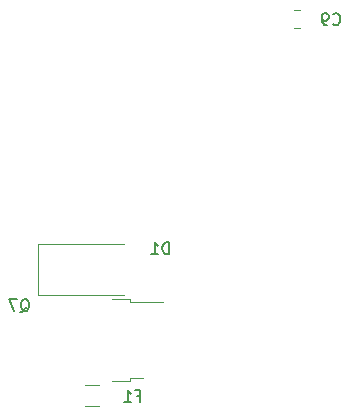
<source format=gbr>
G04 #@! TF.GenerationSoftware,KiCad,Pcbnew,(5.1.9)-1*
G04 #@! TF.CreationDate,2021-08-02T14:53:25+02:00*
G04 #@! TF.ProjectId,TonOfSteppers,546f6e4f-6653-4746-9570-706572732e6b,rev?*
G04 #@! TF.SameCoordinates,Original*
G04 #@! TF.FileFunction,Legend,Bot*
G04 #@! TF.FilePolarity,Positive*
%FSLAX46Y46*%
G04 Gerber Fmt 4.6, Leading zero omitted, Abs format (unit mm)*
G04 Created by KiCad (PCBNEW (5.1.9)-1) date 2021-08-02 14:53:25*
%MOMM*%
%LPD*%
G01*
G04 APERTURE LIST*
%ADD10C,0.120000*%
%ADD11C,0.150000*%
G04 APERTURE END LIST*
D10*
X94968000Y-125594000D02*
X94968000Y-121294000D01*
X94968000Y-121294000D02*
X102268000Y-121294000D01*
X94968000Y-125594000D02*
X102268000Y-125594000D01*
X101300000Y-125950000D02*
X102800000Y-125950000D01*
X102800000Y-125950000D02*
X102800000Y-126220000D01*
X102800000Y-126220000D02*
X105630000Y-126220000D01*
X101300000Y-132850000D02*
X102800000Y-132850000D01*
X102800000Y-132850000D02*
X102800000Y-132580000D01*
X102800000Y-132580000D02*
X103900000Y-132580000D01*
X116660748Y-102968000D02*
X117183252Y-102968000D01*
X116660748Y-101498000D02*
X117183252Y-101498000D01*
X98994936Y-135022000D02*
X100199064Y-135022000D01*
X98994936Y-133202000D02*
X100199064Y-133202000D01*
D11*
X106116095Y-122146380D02*
X106116095Y-121146380D01*
X105878000Y-121146380D01*
X105735142Y-121194000D01*
X105639904Y-121289238D01*
X105592285Y-121384476D01*
X105544666Y-121574952D01*
X105544666Y-121717809D01*
X105592285Y-121908285D01*
X105639904Y-122003523D01*
X105735142Y-122098761D01*
X105878000Y-122146380D01*
X106116095Y-122146380D01*
X104592285Y-122146380D02*
X105163714Y-122146380D01*
X104878000Y-122146380D02*
X104878000Y-121146380D01*
X104973238Y-121289238D01*
X105068476Y-121384476D01*
X105163714Y-121432095D01*
X93520238Y-127052619D02*
X93615476Y-127005000D01*
X93710714Y-126909761D01*
X93853571Y-126766904D01*
X93948809Y-126719285D01*
X94044047Y-126719285D01*
X93996428Y-126957380D02*
X94091666Y-126909761D01*
X94186904Y-126814523D01*
X94234523Y-126624047D01*
X94234523Y-126290714D01*
X94186904Y-126100238D01*
X94091666Y-126005000D01*
X93996428Y-125957380D01*
X93805952Y-125957380D01*
X93710714Y-126005000D01*
X93615476Y-126100238D01*
X93567857Y-126290714D01*
X93567857Y-126624047D01*
X93615476Y-126814523D01*
X93710714Y-126909761D01*
X93805952Y-126957380D01*
X93996428Y-126957380D01*
X93234523Y-125957380D02*
X92567857Y-125957380D01*
X92996428Y-126957380D01*
X119988666Y-102645142D02*
X120036285Y-102692761D01*
X120179142Y-102740380D01*
X120274380Y-102740380D01*
X120417238Y-102692761D01*
X120512476Y-102597523D01*
X120560095Y-102502285D01*
X120607714Y-102311809D01*
X120607714Y-102168952D01*
X120560095Y-101978476D01*
X120512476Y-101883238D01*
X120417238Y-101788000D01*
X120274380Y-101740380D01*
X120179142Y-101740380D01*
X120036285Y-101788000D01*
X119988666Y-101835619D01*
X119512476Y-102740380D02*
X119322000Y-102740380D01*
X119226761Y-102692761D01*
X119179142Y-102645142D01*
X119083904Y-102502285D01*
X119036285Y-102311809D01*
X119036285Y-101930857D01*
X119083904Y-101835619D01*
X119131523Y-101788000D01*
X119226761Y-101740380D01*
X119417238Y-101740380D01*
X119512476Y-101788000D01*
X119560095Y-101835619D01*
X119607714Y-101930857D01*
X119607714Y-102168952D01*
X119560095Y-102264190D01*
X119512476Y-102311809D01*
X119417238Y-102359428D01*
X119226761Y-102359428D01*
X119131523Y-102311809D01*
X119083904Y-102264190D01*
X119036285Y-102168952D01*
X103345333Y-134135571D02*
X103678666Y-134135571D01*
X103678666Y-134659380D02*
X103678666Y-133659380D01*
X103202476Y-133659380D01*
X102297714Y-134659380D02*
X102869142Y-134659380D01*
X102583428Y-134659380D02*
X102583428Y-133659380D01*
X102678666Y-133802238D01*
X102773904Y-133897476D01*
X102869142Y-133945095D01*
M02*

</source>
